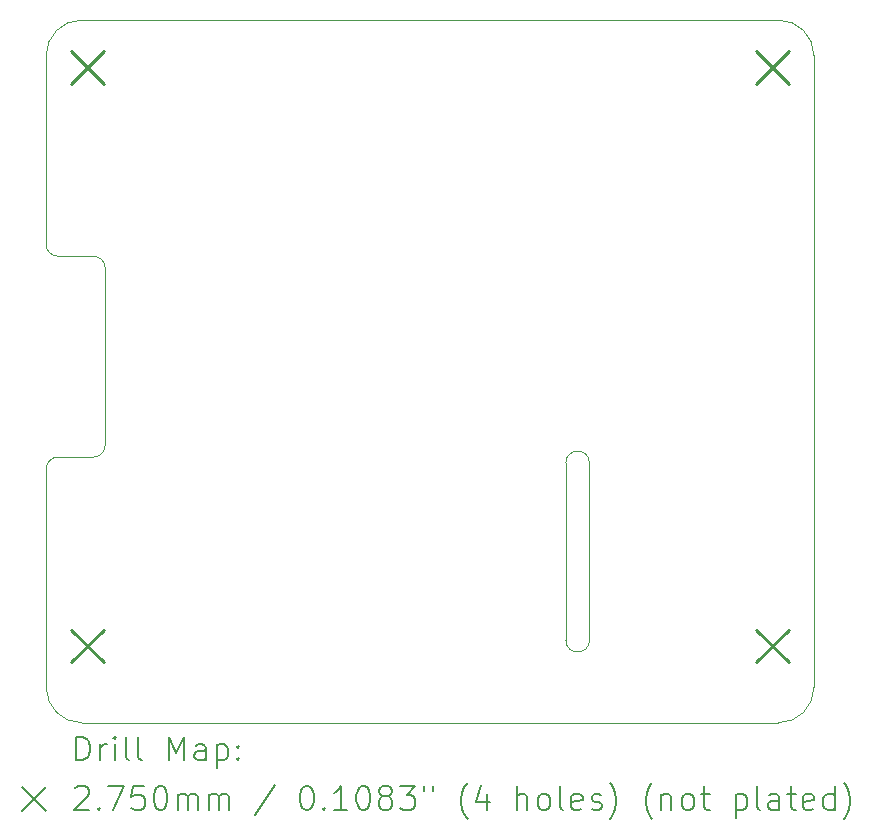
<source format=gbr>
%TF.GenerationSoftware,KiCad,Pcbnew,7.0.7*%
%TF.CreationDate,2024-01-28T22:11:28-03:30*%
%TF.ProjectId,ground-station,67726f75-6e64-42d7-9374-6174696f6e2e,rev?*%
%TF.SameCoordinates,Original*%
%TF.FileFunction,Drillmap*%
%TF.FilePolarity,Positive*%
%FSLAX45Y45*%
G04 Gerber Fmt 4.5, Leading zero omitted, Abs format (unit mm)*
G04 Created by KiCad (PCBNEW 7.0.7) date 2024-01-28 22:11:28*
%MOMM*%
%LPD*%
G01*
G04 APERTURE LIST*
%ADD10C,0.100000*%
%ADD11C,0.200000*%
%ADD12C,0.275000*%
G04 APERTURE END LIST*
D10*
X10319000Y-6588000D02*
X16219000Y-6588000D01*
X10319000Y-6588000D02*
G75*
G03*
X10019000Y-6888000I0J-300000D01*
G01*
X16519000Y-6888000D02*
X16519000Y-12238000D01*
X10119000Y-8588000D02*
X10419000Y-8588000D01*
X10019000Y-10388000D02*
X10019000Y-12238000D01*
X14419000Y-10338000D02*
X14419000Y-11838000D01*
X16519000Y-6888000D02*
G75*
G03*
X16219000Y-6588000I-300000J0D01*
G01*
X10019000Y-12238000D02*
G75*
G03*
X10319000Y-12538000I300000J0D01*
G01*
X10119000Y-10288000D02*
G75*
G03*
X10019000Y-10388000I0J-100000D01*
G01*
X10319000Y-12538000D02*
X16219000Y-12538000D01*
X14619000Y-10338000D02*
G75*
G03*
X14419000Y-10338000I-100000J0D01*
G01*
X10119000Y-10288000D02*
X10419000Y-10288000D01*
X16219000Y-12538000D02*
G75*
G03*
X16519000Y-12238000I0J300000D01*
G01*
X10419000Y-10288000D02*
G75*
G03*
X10519000Y-10188000I0J100000D01*
G01*
X10019000Y-6888000D02*
X10019000Y-8488000D01*
X14619000Y-10338000D02*
X14619000Y-11838000D01*
X14419000Y-11838000D02*
G75*
G03*
X14619000Y-11838000I100000J0D01*
G01*
X10519000Y-8688000D02*
G75*
G03*
X10419000Y-8588000I-100000J0D01*
G01*
X10019000Y-8488000D02*
G75*
G03*
X10119000Y-8588000I100000J0D01*
G01*
X10519000Y-8688000D02*
X10519000Y-10188000D01*
D11*
D12*
X10231500Y-6850500D02*
X10506500Y-7125500D01*
X10506500Y-6850500D02*
X10231500Y-7125500D01*
X10231500Y-11750500D02*
X10506500Y-12025500D01*
X10506500Y-11750500D02*
X10231500Y-12025500D01*
X16031500Y-6850500D02*
X16306500Y-7125500D01*
X16306500Y-6850500D02*
X16031500Y-7125500D01*
X16031500Y-11750500D02*
X16306500Y-12025500D01*
X16306500Y-11750500D02*
X16031500Y-12025500D01*
D11*
X10274777Y-12854484D02*
X10274777Y-12654484D01*
X10274777Y-12654484D02*
X10322396Y-12654484D01*
X10322396Y-12654484D02*
X10350967Y-12664008D01*
X10350967Y-12664008D02*
X10370015Y-12683055D01*
X10370015Y-12683055D02*
X10379539Y-12702103D01*
X10379539Y-12702103D02*
X10389063Y-12740198D01*
X10389063Y-12740198D02*
X10389063Y-12768769D01*
X10389063Y-12768769D02*
X10379539Y-12806865D01*
X10379539Y-12806865D02*
X10370015Y-12825912D01*
X10370015Y-12825912D02*
X10350967Y-12844960D01*
X10350967Y-12844960D02*
X10322396Y-12854484D01*
X10322396Y-12854484D02*
X10274777Y-12854484D01*
X10474777Y-12854484D02*
X10474777Y-12721150D01*
X10474777Y-12759246D02*
X10484301Y-12740198D01*
X10484301Y-12740198D02*
X10493824Y-12730674D01*
X10493824Y-12730674D02*
X10512872Y-12721150D01*
X10512872Y-12721150D02*
X10531920Y-12721150D01*
X10598586Y-12854484D02*
X10598586Y-12721150D01*
X10598586Y-12654484D02*
X10589063Y-12664008D01*
X10589063Y-12664008D02*
X10598586Y-12673531D01*
X10598586Y-12673531D02*
X10608110Y-12664008D01*
X10608110Y-12664008D02*
X10598586Y-12654484D01*
X10598586Y-12654484D02*
X10598586Y-12673531D01*
X10722396Y-12854484D02*
X10703348Y-12844960D01*
X10703348Y-12844960D02*
X10693824Y-12825912D01*
X10693824Y-12825912D02*
X10693824Y-12654484D01*
X10827158Y-12854484D02*
X10808110Y-12844960D01*
X10808110Y-12844960D02*
X10798586Y-12825912D01*
X10798586Y-12825912D02*
X10798586Y-12654484D01*
X11055729Y-12854484D02*
X11055729Y-12654484D01*
X11055729Y-12654484D02*
X11122396Y-12797341D01*
X11122396Y-12797341D02*
X11189062Y-12654484D01*
X11189062Y-12654484D02*
X11189062Y-12854484D01*
X11370015Y-12854484D02*
X11370015Y-12749722D01*
X11370015Y-12749722D02*
X11360491Y-12730674D01*
X11360491Y-12730674D02*
X11341443Y-12721150D01*
X11341443Y-12721150D02*
X11303348Y-12721150D01*
X11303348Y-12721150D02*
X11284301Y-12730674D01*
X11370015Y-12844960D02*
X11350967Y-12854484D01*
X11350967Y-12854484D02*
X11303348Y-12854484D01*
X11303348Y-12854484D02*
X11284301Y-12844960D01*
X11284301Y-12844960D02*
X11274777Y-12825912D01*
X11274777Y-12825912D02*
X11274777Y-12806865D01*
X11274777Y-12806865D02*
X11284301Y-12787817D01*
X11284301Y-12787817D02*
X11303348Y-12778293D01*
X11303348Y-12778293D02*
X11350967Y-12778293D01*
X11350967Y-12778293D02*
X11370015Y-12768769D01*
X11465253Y-12721150D02*
X11465253Y-12921150D01*
X11465253Y-12730674D02*
X11484301Y-12721150D01*
X11484301Y-12721150D02*
X11522396Y-12721150D01*
X11522396Y-12721150D02*
X11541443Y-12730674D01*
X11541443Y-12730674D02*
X11550967Y-12740198D01*
X11550967Y-12740198D02*
X11560491Y-12759246D01*
X11560491Y-12759246D02*
X11560491Y-12816388D01*
X11560491Y-12816388D02*
X11550967Y-12835436D01*
X11550967Y-12835436D02*
X11541443Y-12844960D01*
X11541443Y-12844960D02*
X11522396Y-12854484D01*
X11522396Y-12854484D02*
X11484301Y-12854484D01*
X11484301Y-12854484D02*
X11465253Y-12844960D01*
X11646205Y-12835436D02*
X11655729Y-12844960D01*
X11655729Y-12844960D02*
X11646205Y-12854484D01*
X11646205Y-12854484D02*
X11636682Y-12844960D01*
X11636682Y-12844960D02*
X11646205Y-12835436D01*
X11646205Y-12835436D02*
X11646205Y-12854484D01*
X11646205Y-12730674D02*
X11655729Y-12740198D01*
X11655729Y-12740198D02*
X11646205Y-12749722D01*
X11646205Y-12749722D02*
X11636682Y-12740198D01*
X11636682Y-12740198D02*
X11646205Y-12730674D01*
X11646205Y-12730674D02*
X11646205Y-12749722D01*
X9814000Y-13083000D02*
X10014000Y-13283000D01*
X10014000Y-13083000D02*
X9814000Y-13283000D01*
X10265253Y-13093531D02*
X10274777Y-13084008D01*
X10274777Y-13084008D02*
X10293824Y-13074484D01*
X10293824Y-13074484D02*
X10341444Y-13074484D01*
X10341444Y-13074484D02*
X10360491Y-13084008D01*
X10360491Y-13084008D02*
X10370015Y-13093531D01*
X10370015Y-13093531D02*
X10379539Y-13112579D01*
X10379539Y-13112579D02*
X10379539Y-13131627D01*
X10379539Y-13131627D02*
X10370015Y-13160198D01*
X10370015Y-13160198D02*
X10255729Y-13274484D01*
X10255729Y-13274484D02*
X10379539Y-13274484D01*
X10465253Y-13255436D02*
X10474777Y-13264960D01*
X10474777Y-13264960D02*
X10465253Y-13274484D01*
X10465253Y-13274484D02*
X10455729Y-13264960D01*
X10455729Y-13264960D02*
X10465253Y-13255436D01*
X10465253Y-13255436D02*
X10465253Y-13274484D01*
X10541444Y-13074484D02*
X10674777Y-13074484D01*
X10674777Y-13074484D02*
X10589063Y-13274484D01*
X10846205Y-13074484D02*
X10750967Y-13074484D01*
X10750967Y-13074484D02*
X10741444Y-13169722D01*
X10741444Y-13169722D02*
X10750967Y-13160198D01*
X10750967Y-13160198D02*
X10770015Y-13150674D01*
X10770015Y-13150674D02*
X10817634Y-13150674D01*
X10817634Y-13150674D02*
X10836682Y-13160198D01*
X10836682Y-13160198D02*
X10846205Y-13169722D01*
X10846205Y-13169722D02*
X10855729Y-13188769D01*
X10855729Y-13188769D02*
X10855729Y-13236388D01*
X10855729Y-13236388D02*
X10846205Y-13255436D01*
X10846205Y-13255436D02*
X10836682Y-13264960D01*
X10836682Y-13264960D02*
X10817634Y-13274484D01*
X10817634Y-13274484D02*
X10770015Y-13274484D01*
X10770015Y-13274484D02*
X10750967Y-13264960D01*
X10750967Y-13264960D02*
X10741444Y-13255436D01*
X10979539Y-13074484D02*
X10998586Y-13074484D01*
X10998586Y-13074484D02*
X11017634Y-13084008D01*
X11017634Y-13084008D02*
X11027158Y-13093531D01*
X11027158Y-13093531D02*
X11036682Y-13112579D01*
X11036682Y-13112579D02*
X11046205Y-13150674D01*
X11046205Y-13150674D02*
X11046205Y-13198293D01*
X11046205Y-13198293D02*
X11036682Y-13236388D01*
X11036682Y-13236388D02*
X11027158Y-13255436D01*
X11027158Y-13255436D02*
X11017634Y-13264960D01*
X11017634Y-13264960D02*
X10998586Y-13274484D01*
X10998586Y-13274484D02*
X10979539Y-13274484D01*
X10979539Y-13274484D02*
X10960491Y-13264960D01*
X10960491Y-13264960D02*
X10950967Y-13255436D01*
X10950967Y-13255436D02*
X10941444Y-13236388D01*
X10941444Y-13236388D02*
X10931920Y-13198293D01*
X10931920Y-13198293D02*
X10931920Y-13150674D01*
X10931920Y-13150674D02*
X10941444Y-13112579D01*
X10941444Y-13112579D02*
X10950967Y-13093531D01*
X10950967Y-13093531D02*
X10960491Y-13084008D01*
X10960491Y-13084008D02*
X10979539Y-13074484D01*
X11131920Y-13274484D02*
X11131920Y-13141150D01*
X11131920Y-13160198D02*
X11141444Y-13150674D01*
X11141444Y-13150674D02*
X11160491Y-13141150D01*
X11160491Y-13141150D02*
X11189063Y-13141150D01*
X11189063Y-13141150D02*
X11208110Y-13150674D01*
X11208110Y-13150674D02*
X11217634Y-13169722D01*
X11217634Y-13169722D02*
X11217634Y-13274484D01*
X11217634Y-13169722D02*
X11227158Y-13150674D01*
X11227158Y-13150674D02*
X11246205Y-13141150D01*
X11246205Y-13141150D02*
X11274777Y-13141150D01*
X11274777Y-13141150D02*
X11293824Y-13150674D01*
X11293824Y-13150674D02*
X11303348Y-13169722D01*
X11303348Y-13169722D02*
X11303348Y-13274484D01*
X11398586Y-13274484D02*
X11398586Y-13141150D01*
X11398586Y-13160198D02*
X11408110Y-13150674D01*
X11408110Y-13150674D02*
X11427158Y-13141150D01*
X11427158Y-13141150D02*
X11455729Y-13141150D01*
X11455729Y-13141150D02*
X11474777Y-13150674D01*
X11474777Y-13150674D02*
X11484301Y-13169722D01*
X11484301Y-13169722D02*
X11484301Y-13274484D01*
X11484301Y-13169722D02*
X11493824Y-13150674D01*
X11493824Y-13150674D02*
X11512872Y-13141150D01*
X11512872Y-13141150D02*
X11541443Y-13141150D01*
X11541443Y-13141150D02*
X11560491Y-13150674D01*
X11560491Y-13150674D02*
X11570015Y-13169722D01*
X11570015Y-13169722D02*
X11570015Y-13274484D01*
X11960491Y-13064960D02*
X11789063Y-13322103D01*
X12217634Y-13074484D02*
X12236682Y-13074484D01*
X12236682Y-13074484D02*
X12255729Y-13084008D01*
X12255729Y-13084008D02*
X12265253Y-13093531D01*
X12265253Y-13093531D02*
X12274777Y-13112579D01*
X12274777Y-13112579D02*
X12284301Y-13150674D01*
X12284301Y-13150674D02*
X12284301Y-13198293D01*
X12284301Y-13198293D02*
X12274777Y-13236388D01*
X12274777Y-13236388D02*
X12265253Y-13255436D01*
X12265253Y-13255436D02*
X12255729Y-13264960D01*
X12255729Y-13264960D02*
X12236682Y-13274484D01*
X12236682Y-13274484D02*
X12217634Y-13274484D01*
X12217634Y-13274484D02*
X12198586Y-13264960D01*
X12198586Y-13264960D02*
X12189063Y-13255436D01*
X12189063Y-13255436D02*
X12179539Y-13236388D01*
X12179539Y-13236388D02*
X12170015Y-13198293D01*
X12170015Y-13198293D02*
X12170015Y-13150674D01*
X12170015Y-13150674D02*
X12179539Y-13112579D01*
X12179539Y-13112579D02*
X12189063Y-13093531D01*
X12189063Y-13093531D02*
X12198586Y-13084008D01*
X12198586Y-13084008D02*
X12217634Y-13074484D01*
X12370015Y-13255436D02*
X12379539Y-13264960D01*
X12379539Y-13264960D02*
X12370015Y-13274484D01*
X12370015Y-13274484D02*
X12360491Y-13264960D01*
X12360491Y-13264960D02*
X12370015Y-13255436D01*
X12370015Y-13255436D02*
X12370015Y-13274484D01*
X12570015Y-13274484D02*
X12455729Y-13274484D01*
X12512872Y-13274484D02*
X12512872Y-13074484D01*
X12512872Y-13074484D02*
X12493825Y-13103055D01*
X12493825Y-13103055D02*
X12474777Y-13122103D01*
X12474777Y-13122103D02*
X12455729Y-13131627D01*
X12693825Y-13074484D02*
X12712872Y-13074484D01*
X12712872Y-13074484D02*
X12731920Y-13084008D01*
X12731920Y-13084008D02*
X12741444Y-13093531D01*
X12741444Y-13093531D02*
X12750967Y-13112579D01*
X12750967Y-13112579D02*
X12760491Y-13150674D01*
X12760491Y-13150674D02*
X12760491Y-13198293D01*
X12760491Y-13198293D02*
X12750967Y-13236388D01*
X12750967Y-13236388D02*
X12741444Y-13255436D01*
X12741444Y-13255436D02*
X12731920Y-13264960D01*
X12731920Y-13264960D02*
X12712872Y-13274484D01*
X12712872Y-13274484D02*
X12693825Y-13274484D01*
X12693825Y-13274484D02*
X12674777Y-13264960D01*
X12674777Y-13264960D02*
X12665253Y-13255436D01*
X12665253Y-13255436D02*
X12655729Y-13236388D01*
X12655729Y-13236388D02*
X12646206Y-13198293D01*
X12646206Y-13198293D02*
X12646206Y-13150674D01*
X12646206Y-13150674D02*
X12655729Y-13112579D01*
X12655729Y-13112579D02*
X12665253Y-13093531D01*
X12665253Y-13093531D02*
X12674777Y-13084008D01*
X12674777Y-13084008D02*
X12693825Y-13074484D01*
X12874777Y-13160198D02*
X12855729Y-13150674D01*
X12855729Y-13150674D02*
X12846206Y-13141150D01*
X12846206Y-13141150D02*
X12836682Y-13122103D01*
X12836682Y-13122103D02*
X12836682Y-13112579D01*
X12836682Y-13112579D02*
X12846206Y-13093531D01*
X12846206Y-13093531D02*
X12855729Y-13084008D01*
X12855729Y-13084008D02*
X12874777Y-13074484D01*
X12874777Y-13074484D02*
X12912872Y-13074484D01*
X12912872Y-13074484D02*
X12931920Y-13084008D01*
X12931920Y-13084008D02*
X12941444Y-13093531D01*
X12941444Y-13093531D02*
X12950967Y-13112579D01*
X12950967Y-13112579D02*
X12950967Y-13122103D01*
X12950967Y-13122103D02*
X12941444Y-13141150D01*
X12941444Y-13141150D02*
X12931920Y-13150674D01*
X12931920Y-13150674D02*
X12912872Y-13160198D01*
X12912872Y-13160198D02*
X12874777Y-13160198D01*
X12874777Y-13160198D02*
X12855729Y-13169722D01*
X12855729Y-13169722D02*
X12846206Y-13179246D01*
X12846206Y-13179246D02*
X12836682Y-13198293D01*
X12836682Y-13198293D02*
X12836682Y-13236388D01*
X12836682Y-13236388D02*
X12846206Y-13255436D01*
X12846206Y-13255436D02*
X12855729Y-13264960D01*
X12855729Y-13264960D02*
X12874777Y-13274484D01*
X12874777Y-13274484D02*
X12912872Y-13274484D01*
X12912872Y-13274484D02*
X12931920Y-13264960D01*
X12931920Y-13264960D02*
X12941444Y-13255436D01*
X12941444Y-13255436D02*
X12950967Y-13236388D01*
X12950967Y-13236388D02*
X12950967Y-13198293D01*
X12950967Y-13198293D02*
X12941444Y-13179246D01*
X12941444Y-13179246D02*
X12931920Y-13169722D01*
X12931920Y-13169722D02*
X12912872Y-13160198D01*
X13017634Y-13074484D02*
X13141444Y-13074484D01*
X13141444Y-13074484D02*
X13074777Y-13150674D01*
X13074777Y-13150674D02*
X13103348Y-13150674D01*
X13103348Y-13150674D02*
X13122396Y-13160198D01*
X13122396Y-13160198D02*
X13131920Y-13169722D01*
X13131920Y-13169722D02*
X13141444Y-13188769D01*
X13141444Y-13188769D02*
X13141444Y-13236388D01*
X13141444Y-13236388D02*
X13131920Y-13255436D01*
X13131920Y-13255436D02*
X13122396Y-13264960D01*
X13122396Y-13264960D02*
X13103348Y-13274484D01*
X13103348Y-13274484D02*
X13046206Y-13274484D01*
X13046206Y-13274484D02*
X13027158Y-13264960D01*
X13027158Y-13264960D02*
X13017634Y-13255436D01*
X13217634Y-13074484D02*
X13217634Y-13112579D01*
X13293825Y-13074484D02*
X13293825Y-13112579D01*
X13589063Y-13350674D02*
X13579539Y-13341150D01*
X13579539Y-13341150D02*
X13560491Y-13312579D01*
X13560491Y-13312579D02*
X13550968Y-13293531D01*
X13550968Y-13293531D02*
X13541444Y-13264960D01*
X13541444Y-13264960D02*
X13531920Y-13217341D01*
X13531920Y-13217341D02*
X13531920Y-13179246D01*
X13531920Y-13179246D02*
X13541444Y-13131627D01*
X13541444Y-13131627D02*
X13550968Y-13103055D01*
X13550968Y-13103055D02*
X13560491Y-13084008D01*
X13560491Y-13084008D02*
X13579539Y-13055436D01*
X13579539Y-13055436D02*
X13589063Y-13045912D01*
X13750968Y-13141150D02*
X13750968Y-13274484D01*
X13703348Y-13064960D02*
X13655729Y-13207817D01*
X13655729Y-13207817D02*
X13779539Y-13207817D01*
X14008110Y-13274484D02*
X14008110Y-13074484D01*
X14093825Y-13274484D02*
X14093825Y-13169722D01*
X14093825Y-13169722D02*
X14084301Y-13150674D01*
X14084301Y-13150674D02*
X14065253Y-13141150D01*
X14065253Y-13141150D02*
X14036682Y-13141150D01*
X14036682Y-13141150D02*
X14017634Y-13150674D01*
X14017634Y-13150674D02*
X14008110Y-13160198D01*
X14217634Y-13274484D02*
X14198587Y-13264960D01*
X14198587Y-13264960D02*
X14189063Y-13255436D01*
X14189063Y-13255436D02*
X14179539Y-13236388D01*
X14179539Y-13236388D02*
X14179539Y-13179246D01*
X14179539Y-13179246D02*
X14189063Y-13160198D01*
X14189063Y-13160198D02*
X14198587Y-13150674D01*
X14198587Y-13150674D02*
X14217634Y-13141150D01*
X14217634Y-13141150D02*
X14246206Y-13141150D01*
X14246206Y-13141150D02*
X14265253Y-13150674D01*
X14265253Y-13150674D02*
X14274777Y-13160198D01*
X14274777Y-13160198D02*
X14284301Y-13179246D01*
X14284301Y-13179246D02*
X14284301Y-13236388D01*
X14284301Y-13236388D02*
X14274777Y-13255436D01*
X14274777Y-13255436D02*
X14265253Y-13264960D01*
X14265253Y-13264960D02*
X14246206Y-13274484D01*
X14246206Y-13274484D02*
X14217634Y-13274484D01*
X14398587Y-13274484D02*
X14379539Y-13264960D01*
X14379539Y-13264960D02*
X14370015Y-13245912D01*
X14370015Y-13245912D02*
X14370015Y-13074484D01*
X14550968Y-13264960D02*
X14531920Y-13274484D01*
X14531920Y-13274484D02*
X14493825Y-13274484D01*
X14493825Y-13274484D02*
X14474777Y-13264960D01*
X14474777Y-13264960D02*
X14465253Y-13245912D01*
X14465253Y-13245912D02*
X14465253Y-13169722D01*
X14465253Y-13169722D02*
X14474777Y-13150674D01*
X14474777Y-13150674D02*
X14493825Y-13141150D01*
X14493825Y-13141150D02*
X14531920Y-13141150D01*
X14531920Y-13141150D02*
X14550968Y-13150674D01*
X14550968Y-13150674D02*
X14560491Y-13169722D01*
X14560491Y-13169722D02*
X14560491Y-13188769D01*
X14560491Y-13188769D02*
X14465253Y-13207817D01*
X14636682Y-13264960D02*
X14655730Y-13274484D01*
X14655730Y-13274484D02*
X14693825Y-13274484D01*
X14693825Y-13274484D02*
X14712872Y-13264960D01*
X14712872Y-13264960D02*
X14722396Y-13245912D01*
X14722396Y-13245912D02*
X14722396Y-13236388D01*
X14722396Y-13236388D02*
X14712872Y-13217341D01*
X14712872Y-13217341D02*
X14693825Y-13207817D01*
X14693825Y-13207817D02*
X14665253Y-13207817D01*
X14665253Y-13207817D02*
X14646206Y-13198293D01*
X14646206Y-13198293D02*
X14636682Y-13179246D01*
X14636682Y-13179246D02*
X14636682Y-13169722D01*
X14636682Y-13169722D02*
X14646206Y-13150674D01*
X14646206Y-13150674D02*
X14665253Y-13141150D01*
X14665253Y-13141150D02*
X14693825Y-13141150D01*
X14693825Y-13141150D02*
X14712872Y-13150674D01*
X14789063Y-13350674D02*
X14798587Y-13341150D01*
X14798587Y-13341150D02*
X14817634Y-13312579D01*
X14817634Y-13312579D02*
X14827158Y-13293531D01*
X14827158Y-13293531D02*
X14836682Y-13264960D01*
X14836682Y-13264960D02*
X14846206Y-13217341D01*
X14846206Y-13217341D02*
X14846206Y-13179246D01*
X14846206Y-13179246D02*
X14836682Y-13131627D01*
X14836682Y-13131627D02*
X14827158Y-13103055D01*
X14827158Y-13103055D02*
X14817634Y-13084008D01*
X14817634Y-13084008D02*
X14798587Y-13055436D01*
X14798587Y-13055436D02*
X14789063Y-13045912D01*
X15150968Y-13350674D02*
X15141444Y-13341150D01*
X15141444Y-13341150D02*
X15122396Y-13312579D01*
X15122396Y-13312579D02*
X15112872Y-13293531D01*
X15112872Y-13293531D02*
X15103349Y-13264960D01*
X15103349Y-13264960D02*
X15093825Y-13217341D01*
X15093825Y-13217341D02*
X15093825Y-13179246D01*
X15093825Y-13179246D02*
X15103349Y-13131627D01*
X15103349Y-13131627D02*
X15112872Y-13103055D01*
X15112872Y-13103055D02*
X15122396Y-13084008D01*
X15122396Y-13084008D02*
X15141444Y-13055436D01*
X15141444Y-13055436D02*
X15150968Y-13045912D01*
X15227158Y-13141150D02*
X15227158Y-13274484D01*
X15227158Y-13160198D02*
X15236682Y-13150674D01*
X15236682Y-13150674D02*
X15255730Y-13141150D01*
X15255730Y-13141150D02*
X15284301Y-13141150D01*
X15284301Y-13141150D02*
X15303349Y-13150674D01*
X15303349Y-13150674D02*
X15312872Y-13169722D01*
X15312872Y-13169722D02*
X15312872Y-13274484D01*
X15436682Y-13274484D02*
X15417634Y-13264960D01*
X15417634Y-13264960D02*
X15408111Y-13255436D01*
X15408111Y-13255436D02*
X15398587Y-13236388D01*
X15398587Y-13236388D02*
X15398587Y-13179246D01*
X15398587Y-13179246D02*
X15408111Y-13160198D01*
X15408111Y-13160198D02*
X15417634Y-13150674D01*
X15417634Y-13150674D02*
X15436682Y-13141150D01*
X15436682Y-13141150D02*
X15465253Y-13141150D01*
X15465253Y-13141150D02*
X15484301Y-13150674D01*
X15484301Y-13150674D02*
X15493825Y-13160198D01*
X15493825Y-13160198D02*
X15503349Y-13179246D01*
X15503349Y-13179246D02*
X15503349Y-13236388D01*
X15503349Y-13236388D02*
X15493825Y-13255436D01*
X15493825Y-13255436D02*
X15484301Y-13264960D01*
X15484301Y-13264960D02*
X15465253Y-13274484D01*
X15465253Y-13274484D02*
X15436682Y-13274484D01*
X15560492Y-13141150D02*
X15636682Y-13141150D01*
X15589063Y-13074484D02*
X15589063Y-13245912D01*
X15589063Y-13245912D02*
X15598587Y-13264960D01*
X15598587Y-13264960D02*
X15617634Y-13274484D01*
X15617634Y-13274484D02*
X15636682Y-13274484D01*
X15855730Y-13141150D02*
X15855730Y-13341150D01*
X15855730Y-13150674D02*
X15874777Y-13141150D01*
X15874777Y-13141150D02*
X15912873Y-13141150D01*
X15912873Y-13141150D02*
X15931920Y-13150674D01*
X15931920Y-13150674D02*
X15941444Y-13160198D01*
X15941444Y-13160198D02*
X15950968Y-13179246D01*
X15950968Y-13179246D02*
X15950968Y-13236388D01*
X15950968Y-13236388D02*
X15941444Y-13255436D01*
X15941444Y-13255436D02*
X15931920Y-13264960D01*
X15931920Y-13264960D02*
X15912873Y-13274484D01*
X15912873Y-13274484D02*
X15874777Y-13274484D01*
X15874777Y-13274484D02*
X15855730Y-13264960D01*
X16065253Y-13274484D02*
X16046206Y-13264960D01*
X16046206Y-13264960D02*
X16036682Y-13245912D01*
X16036682Y-13245912D02*
X16036682Y-13074484D01*
X16227158Y-13274484D02*
X16227158Y-13169722D01*
X16227158Y-13169722D02*
X16217634Y-13150674D01*
X16217634Y-13150674D02*
X16198587Y-13141150D01*
X16198587Y-13141150D02*
X16160492Y-13141150D01*
X16160492Y-13141150D02*
X16141444Y-13150674D01*
X16227158Y-13264960D02*
X16208111Y-13274484D01*
X16208111Y-13274484D02*
X16160492Y-13274484D01*
X16160492Y-13274484D02*
X16141444Y-13264960D01*
X16141444Y-13264960D02*
X16131920Y-13245912D01*
X16131920Y-13245912D02*
X16131920Y-13226865D01*
X16131920Y-13226865D02*
X16141444Y-13207817D01*
X16141444Y-13207817D02*
X16160492Y-13198293D01*
X16160492Y-13198293D02*
X16208111Y-13198293D01*
X16208111Y-13198293D02*
X16227158Y-13188769D01*
X16293825Y-13141150D02*
X16370015Y-13141150D01*
X16322396Y-13074484D02*
X16322396Y-13245912D01*
X16322396Y-13245912D02*
X16331920Y-13264960D01*
X16331920Y-13264960D02*
X16350968Y-13274484D01*
X16350968Y-13274484D02*
X16370015Y-13274484D01*
X16512873Y-13264960D02*
X16493825Y-13274484D01*
X16493825Y-13274484D02*
X16455730Y-13274484D01*
X16455730Y-13274484D02*
X16436682Y-13264960D01*
X16436682Y-13264960D02*
X16427158Y-13245912D01*
X16427158Y-13245912D02*
X16427158Y-13169722D01*
X16427158Y-13169722D02*
X16436682Y-13150674D01*
X16436682Y-13150674D02*
X16455730Y-13141150D01*
X16455730Y-13141150D02*
X16493825Y-13141150D01*
X16493825Y-13141150D02*
X16512873Y-13150674D01*
X16512873Y-13150674D02*
X16522396Y-13169722D01*
X16522396Y-13169722D02*
X16522396Y-13188769D01*
X16522396Y-13188769D02*
X16427158Y-13207817D01*
X16693825Y-13274484D02*
X16693825Y-13074484D01*
X16693825Y-13264960D02*
X16674777Y-13274484D01*
X16674777Y-13274484D02*
X16636682Y-13274484D01*
X16636682Y-13274484D02*
X16617634Y-13264960D01*
X16617634Y-13264960D02*
X16608111Y-13255436D01*
X16608111Y-13255436D02*
X16598587Y-13236388D01*
X16598587Y-13236388D02*
X16598587Y-13179246D01*
X16598587Y-13179246D02*
X16608111Y-13160198D01*
X16608111Y-13160198D02*
X16617634Y-13150674D01*
X16617634Y-13150674D02*
X16636682Y-13141150D01*
X16636682Y-13141150D02*
X16674777Y-13141150D01*
X16674777Y-13141150D02*
X16693825Y-13150674D01*
X16770015Y-13350674D02*
X16779539Y-13341150D01*
X16779539Y-13341150D02*
X16798587Y-13312579D01*
X16798587Y-13312579D02*
X16808111Y-13293531D01*
X16808111Y-13293531D02*
X16817635Y-13264960D01*
X16817635Y-13264960D02*
X16827158Y-13217341D01*
X16827158Y-13217341D02*
X16827158Y-13179246D01*
X16827158Y-13179246D02*
X16817635Y-13131627D01*
X16817635Y-13131627D02*
X16808111Y-13103055D01*
X16808111Y-13103055D02*
X16798587Y-13084008D01*
X16798587Y-13084008D02*
X16779539Y-13055436D01*
X16779539Y-13055436D02*
X16770015Y-13045912D01*
M02*

</source>
